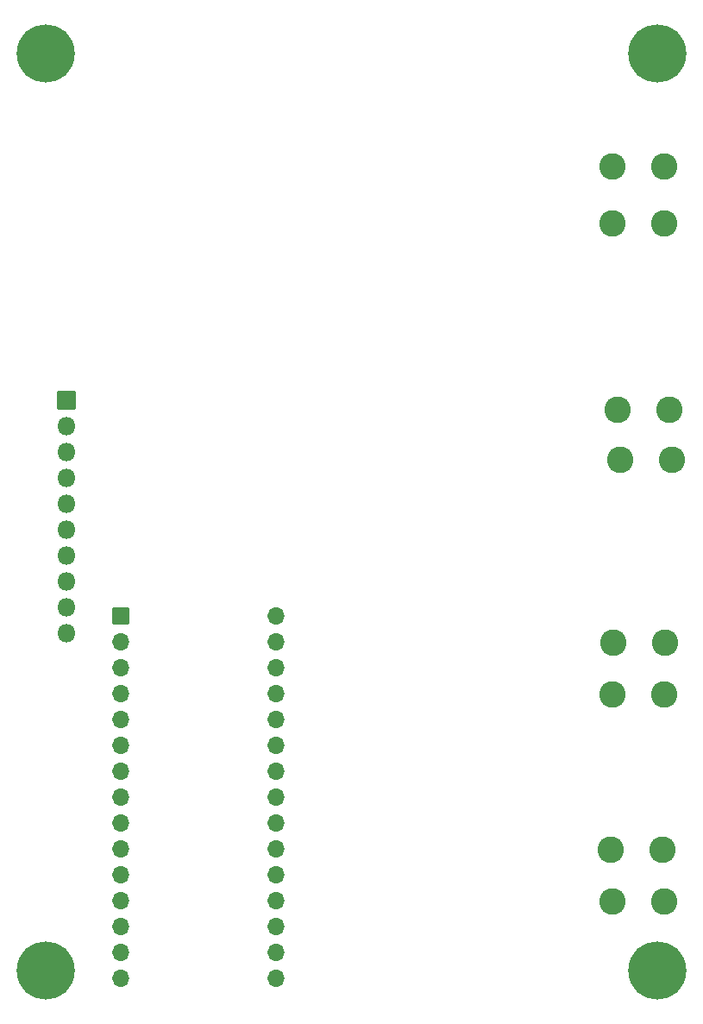
<source format=gbr>
%TF.GenerationSoftware,KiCad,Pcbnew,(6.0.4)*%
%TF.CreationDate,2023-07-24T13:06:08-04:00*%
%TF.ProjectId,BREAD_Slice,42524541-445f-4536-9c69-63652e6b6963,rev?*%
%TF.SameCoordinates,Original*%
%TF.FileFunction,Soldermask,Top*%
%TF.FilePolarity,Negative*%
%FSLAX46Y46*%
G04 Gerber Fmt 4.6, Leading zero omitted, Abs format (unit mm)*
G04 Created by KiCad (PCBNEW (6.0.4)) date 2023-07-24 13:06:08*
%MOMM*%
%LPD*%
G01*
G04 APERTURE LIST*
G04 Aperture macros list*
%AMRoundRect*
0 Rectangle with rounded corners*
0 $1 Rounding radius*
0 $2 $3 $4 $5 $6 $7 $8 $9 X,Y pos of 4 corners*
0 Add a 4 corners polygon primitive as box body*
4,1,4,$2,$3,$4,$5,$6,$7,$8,$9,$2,$3,0*
0 Add four circle primitives for the rounded corners*
1,1,$1+$1,$2,$3*
1,1,$1+$1,$4,$5*
1,1,$1+$1,$6,$7*
1,1,$1+$1,$8,$9*
0 Add four rect primitives between the rounded corners*
20,1,$1+$1,$2,$3,$4,$5,0*
20,1,$1+$1,$4,$5,$6,$7,0*
20,1,$1+$1,$6,$7,$8,$9,0*
20,1,$1+$1,$8,$9,$2,$3,0*%
G04 Aperture macros list end*
%ADD10C,5.700000*%
%ADD11RoundRect,0.050000X-0.800000X-0.800000X0.800000X-0.800000X0.800000X0.800000X-0.800000X0.800000X0*%
%ADD12O,1.700000X1.700000*%
%ADD13RoundRect,0.050000X-0.850000X-0.850000X0.850000X-0.850000X0.850000X0.850000X-0.850000X0.850000X0*%
%ADD14O,1.800000X1.800000*%
%ADD15C,2.600000*%
G04 APERTURE END LIST*
D10*
%TO.C,H1*%
X127600000Y-44800000D03*
%TD*%
%TO.C,H2*%
X187600000Y-44800000D03*
%TD*%
%TO.C,H3*%
X127600000Y-134800000D03*
%TD*%
%TO.C,H4*%
X187600000Y-134800000D03*
%TD*%
D11*
%TO.C,A1*%
X135000000Y-100000000D03*
D12*
X135000000Y-102540000D03*
X135000000Y-105080000D03*
X135000000Y-107620000D03*
X135000000Y-110160000D03*
X135000000Y-112700000D03*
X135000000Y-115240000D03*
X135000000Y-117780000D03*
X135000000Y-120320000D03*
X135000000Y-122860000D03*
X135000000Y-125400000D03*
X135000000Y-127940000D03*
X135000000Y-130480000D03*
X135000000Y-133020000D03*
X135000000Y-135560000D03*
X150240000Y-135560000D03*
X150240000Y-133020000D03*
X150240000Y-130480000D03*
X150240000Y-127940000D03*
X150240000Y-125400000D03*
X150240000Y-122860000D03*
X150240000Y-120320000D03*
X150240000Y-117780000D03*
X150240000Y-115240000D03*
X150240000Y-112700000D03*
X150240000Y-110160000D03*
X150240000Y-107620000D03*
X150240000Y-105080000D03*
X150240000Y-102540000D03*
X150240000Y-100000000D03*
%TD*%
D13*
%TO.C,J1*%
X129600000Y-78800000D03*
D14*
X129600000Y-81340000D03*
X129600000Y-83880000D03*
X129600000Y-86420000D03*
X129600000Y-88960000D03*
X129600000Y-91500000D03*
X129600000Y-94040000D03*
X129600000Y-96580000D03*
X129600000Y-99120000D03*
X129600000Y-101660000D03*
%TD*%
D15*
%TO.C,J2*%
X188259000Y-127989000D03*
X183179000Y-127989000D03*
%TD*%
%TO.C,J3*%
X188132000Y-122909000D03*
X183052000Y-122909000D03*
%TD*%
%TO.C,J4*%
X189021000Y-84682000D03*
X183941000Y-84682000D03*
%TD*%
%TO.C,J5*%
X188767000Y-79729000D03*
X183687000Y-79729000D03*
%TD*%
%TO.C,J6*%
X188259000Y-107669000D03*
X183179000Y-107669000D03*
%TD*%
%TO.C,J7*%
X188386000Y-102589000D03*
X183306000Y-102589000D03*
%TD*%
%TO.C,J8*%
X188259000Y-61441000D03*
X183179000Y-61441000D03*
%TD*%
%TO.C,J9*%
X188259000Y-55853000D03*
X183179000Y-55853000D03*
%TD*%
M02*

</source>
